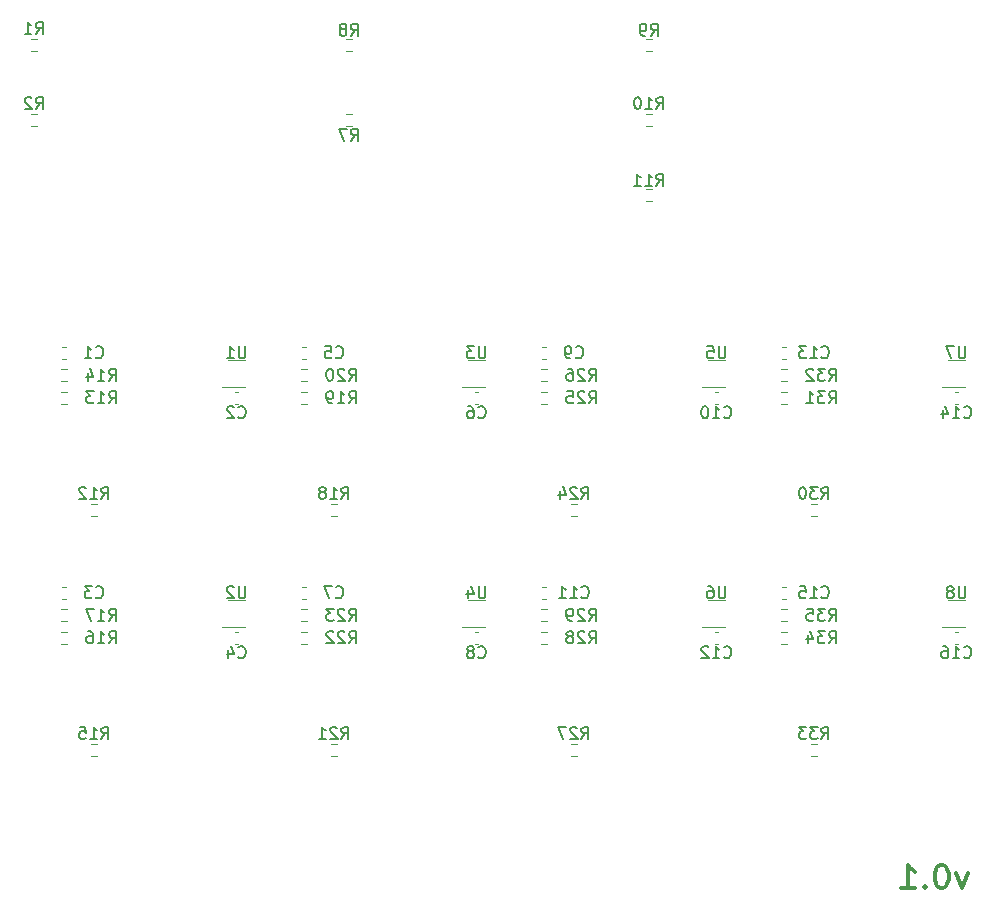
<source format=gbr>
%TF.GenerationSoftware,KiCad,Pcbnew,(5.1.9)-1*%
%TF.CreationDate,2021-03-30T21:11:26+02:00*%
%TF.ProjectId,RemoteCtrl,52656d6f-7465-4437-9472-6c2e6b696361,v0.1*%
%TF.SameCoordinates,Original*%
%TF.FileFunction,Legend,Bot*%
%TF.FilePolarity,Positive*%
%FSLAX46Y46*%
G04 Gerber Fmt 4.6, Leading zero omitted, Abs format (unit mm)*
G04 Created by KiCad (PCBNEW (5.1.9)-1) date 2021-03-30 21:11:26*
%MOMM*%
%LPD*%
G01*
G04 APERTURE LIST*
%ADD10C,0.300000*%
%ADD11C,0.120000*%
%ADD12C,0.150000*%
G04 APERTURE END LIST*
D10*
X183197142Y-106886428D02*
X182720952Y-108219761D01*
X182244761Y-106886428D01*
X181101904Y-106219761D02*
X180911428Y-106219761D01*
X180720952Y-106315000D01*
X180625714Y-106410238D01*
X180530476Y-106600714D01*
X180435238Y-106981666D01*
X180435238Y-107457857D01*
X180530476Y-107838809D01*
X180625714Y-108029285D01*
X180720952Y-108124523D01*
X180911428Y-108219761D01*
X181101904Y-108219761D01*
X181292380Y-108124523D01*
X181387619Y-108029285D01*
X181482857Y-107838809D01*
X181578095Y-107457857D01*
X181578095Y-106981666D01*
X181482857Y-106600714D01*
X181387619Y-106410238D01*
X181292380Y-106315000D01*
X181101904Y-106219761D01*
X179578095Y-108029285D02*
X179482857Y-108124523D01*
X179578095Y-108219761D01*
X179673333Y-108124523D01*
X179578095Y-108029285D01*
X179578095Y-108219761D01*
X177578095Y-108219761D02*
X178720952Y-108219761D01*
X178149523Y-108219761D02*
X178149523Y-106219761D01*
X178340000Y-106505476D01*
X178530476Y-106695952D01*
X178720952Y-106791190D01*
D11*
%TO.C,R2*%
X104377258Y-43702500D02*
X103902742Y-43702500D01*
X104377258Y-42657500D02*
X103902742Y-42657500D01*
%TO.C,R1*%
X104377258Y-37352500D02*
X103902742Y-37352500D01*
X104377258Y-36307500D02*
X103902742Y-36307500D01*
%TO.C,U8*%
X181545000Y-83800000D02*
X182945000Y-83800000D01*
X182945000Y-86120000D02*
X181045000Y-86120000D01*
%TO.C,U7*%
X181545000Y-63480000D02*
X182945000Y-63480000D01*
X182945000Y-65800000D02*
X181045000Y-65800000D01*
%TO.C,U6*%
X161225000Y-83800000D02*
X162625000Y-83800000D01*
X162625000Y-86120000D02*
X160725000Y-86120000D01*
%TO.C,U5*%
X161225000Y-63480000D02*
X162625000Y-63480000D01*
X162625000Y-65800000D02*
X160725000Y-65800000D01*
%TO.C,U4*%
X140905000Y-83800000D02*
X142305000Y-83800000D01*
X142305000Y-86120000D02*
X140405000Y-86120000D01*
%TO.C,U3*%
X140905000Y-63480000D02*
X142305000Y-63480000D01*
X142305000Y-65800000D02*
X140405000Y-65800000D01*
%TO.C,U2*%
X120585000Y-83800000D02*
X121985000Y-83800000D01*
X121985000Y-86120000D02*
X120085000Y-86120000D01*
%TO.C,U1*%
X120585000Y-63480000D02*
X121985000Y-63480000D01*
X121985000Y-65800000D02*
X120085000Y-65800000D01*
%TO.C,R35*%
X167402742Y-84567500D02*
X167877258Y-84567500D01*
X167402742Y-85612500D02*
X167877258Y-85612500D01*
%TO.C,R34*%
X167402742Y-86472500D02*
X167877258Y-86472500D01*
X167402742Y-87517500D02*
X167877258Y-87517500D01*
%TO.C,R33*%
X170417258Y-97042500D02*
X169942742Y-97042500D01*
X170417258Y-95997500D02*
X169942742Y-95997500D01*
%TO.C,R32*%
X167402742Y-64247500D02*
X167877258Y-64247500D01*
X167402742Y-65292500D02*
X167877258Y-65292500D01*
%TO.C,R31*%
X167402742Y-66152500D02*
X167877258Y-66152500D01*
X167402742Y-67197500D02*
X167877258Y-67197500D01*
%TO.C,R30*%
X170417258Y-76722500D02*
X169942742Y-76722500D01*
X170417258Y-75677500D02*
X169942742Y-75677500D01*
%TO.C,R29*%
X147082742Y-84567500D02*
X147557258Y-84567500D01*
X147082742Y-85612500D02*
X147557258Y-85612500D01*
%TO.C,R28*%
X147082742Y-86472500D02*
X147557258Y-86472500D01*
X147082742Y-87517500D02*
X147557258Y-87517500D01*
%TO.C,R27*%
X150097258Y-97042500D02*
X149622742Y-97042500D01*
X150097258Y-95997500D02*
X149622742Y-95997500D01*
%TO.C,R26*%
X147082742Y-64247500D02*
X147557258Y-64247500D01*
X147082742Y-65292500D02*
X147557258Y-65292500D01*
%TO.C,R25*%
X147082742Y-66152500D02*
X147557258Y-66152500D01*
X147082742Y-67197500D02*
X147557258Y-67197500D01*
%TO.C,R24*%
X150097258Y-76722500D02*
X149622742Y-76722500D01*
X150097258Y-75677500D02*
X149622742Y-75677500D01*
%TO.C,R23*%
X126762742Y-84567500D02*
X127237258Y-84567500D01*
X126762742Y-85612500D02*
X127237258Y-85612500D01*
%TO.C,R22*%
X126762742Y-86472500D02*
X127237258Y-86472500D01*
X126762742Y-87517500D02*
X127237258Y-87517500D01*
%TO.C,R21*%
X129777258Y-97042500D02*
X129302742Y-97042500D01*
X129777258Y-95997500D02*
X129302742Y-95997500D01*
%TO.C,R20*%
X126762742Y-64247500D02*
X127237258Y-64247500D01*
X126762742Y-65292500D02*
X127237258Y-65292500D01*
%TO.C,R19*%
X126762742Y-66152500D02*
X127237258Y-66152500D01*
X126762742Y-67197500D02*
X127237258Y-67197500D01*
%TO.C,R18*%
X129777258Y-76722500D02*
X129302742Y-76722500D01*
X129777258Y-75677500D02*
X129302742Y-75677500D01*
%TO.C,R17*%
X106442742Y-84567500D02*
X106917258Y-84567500D01*
X106442742Y-85612500D02*
X106917258Y-85612500D01*
%TO.C,R16*%
X106442742Y-86472500D02*
X106917258Y-86472500D01*
X106442742Y-87517500D02*
X106917258Y-87517500D01*
%TO.C,R15*%
X109457258Y-97042500D02*
X108982742Y-97042500D01*
X109457258Y-95997500D02*
X108982742Y-95997500D01*
%TO.C,R14*%
X106442742Y-64247500D02*
X106917258Y-64247500D01*
X106442742Y-65292500D02*
X106917258Y-65292500D01*
%TO.C,R13*%
X106442742Y-66152500D02*
X106917258Y-66152500D01*
X106442742Y-67197500D02*
X106917258Y-67197500D01*
%TO.C,R12*%
X109457258Y-76722500D02*
X108982742Y-76722500D01*
X109457258Y-75677500D02*
X108982742Y-75677500D01*
%TO.C,R11*%
X156447258Y-50052500D02*
X155972742Y-50052500D01*
X156447258Y-49007500D02*
X155972742Y-49007500D01*
%TO.C,R10*%
X156447258Y-43702500D02*
X155972742Y-43702500D01*
X156447258Y-42657500D02*
X155972742Y-42657500D01*
%TO.C,R9*%
X156447258Y-37352500D02*
X155972742Y-37352500D01*
X156447258Y-36307500D02*
X155972742Y-36307500D01*
%TO.C,R8*%
X131047258Y-37352500D02*
X130572742Y-37352500D01*
X131047258Y-36307500D02*
X130572742Y-36307500D01*
%TO.C,R7*%
X131047258Y-43702500D02*
X130572742Y-43702500D01*
X131047258Y-42657500D02*
X130572742Y-42657500D01*
%TO.C,C16*%
X182385580Y-87505000D02*
X182104420Y-87505000D01*
X182385580Y-86485000D02*
X182104420Y-86485000D01*
%TO.C,C15*%
X167499420Y-82675000D02*
X167780580Y-82675000D01*
X167499420Y-83695000D02*
X167780580Y-83695000D01*
%TO.C,C14*%
X182385580Y-67185000D02*
X182104420Y-67185000D01*
X182385580Y-66165000D02*
X182104420Y-66165000D01*
%TO.C,C13*%
X167499420Y-62355000D02*
X167780580Y-62355000D01*
X167499420Y-63375000D02*
X167780580Y-63375000D01*
%TO.C,C12*%
X162065580Y-87505000D02*
X161784420Y-87505000D01*
X162065580Y-86485000D02*
X161784420Y-86485000D01*
%TO.C,C11*%
X147179420Y-82675000D02*
X147460580Y-82675000D01*
X147179420Y-83695000D02*
X147460580Y-83695000D01*
%TO.C,C10*%
X162065580Y-67185000D02*
X161784420Y-67185000D01*
X162065580Y-66165000D02*
X161784420Y-66165000D01*
%TO.C,C9*%
X147179420Y-62355000D02*
X147460580Y-62355000D01*
X147179420Y-63375000D02*
X147460580Y-63375000D01*
%TO.C,C8*%
X141745580Y-87505000D02*
X141464420Y-87505000D01*
X141745580Y-86485000D02*
X141464420Y-86485000D01*
%TO.C,C7*%
X126859420Y-82675000D02*
X127140580Y-82675000D01*
X126859420Y-83695000D02*
X127140580Y-83695000D01*
%TO.C,C6*%
X141745580Y-67185000D02*
X141464420Y-67185000D01*
X141745580Y-66165000D02*
X141464420Y-66165000D01*
%TO.C,C5*%
X126859420Y-62355000D02*
X127140580Y-62355000D01*
X126859420Y-63375000D02*
X127140580Y-63375000D01*
%TO.C,C4*%
X121425580Y-87505000D02*
X121144420Y-87505000D01*
X121425580Y-86485000D02*
X121144420Y-86485000D01*
%TO.C,C3*%
X106539420Y-82675000D02*
X106820580Y-82675000D01*
X106539420Y-83695000D02*
X106820580Y-83695000D01*
%TO.C,C2*%
X121425580Y-67185000D02*
X121144420Y-67185000D01*
X121425580Y-66165000D02*
X121144420Y-66165000D01*
%TO.C,C1*%
X106539420Y-62355000D02*
X106820580Y-62355000D01*
X106539420Y-63375000D02*
X106820580Y-63375000D01*
%TO.C,R2*%
D12*
X104306666Y-42202380D02*
X104640000Y-41726190D01*
X104878095Y-42202380D02*
X104878095Y-41202380D01*
X104497142Y-41202380D01*
X104401904Y-41250000D01*
X104354285Y-41297619D01*
X104306666Y-41392857D01*
X104306666Y-41535714D01*
X104354285Y-41630952D01*
X104401904Y-41678571D01*
X104497142Y-41726190D01*
X104878095Y-41726190D01*
X103925714Y-41297619D02*
X103878095Y-41250000D01*
X103782857Y-41202380D01*
X103544761Y-41202380D01*
X103449523Y-41250000D01*
X103401904Y-41297619D01*
X103354285Y-41392857D01*
X103354285Y-41488095D01*
X103401904Y-41630952D01*
X103973333Y-42202380D01*
X103354285Y-42202380D01*
%TO.C,R1*%
X104306666Y-35852380D02*
X104640000Y-35376190D01*
X104878095Y-35852380D02*
X104878095Y-34852380D01*
X104497142Y-34852380D01*
X104401904Y-34900000D01*
X104354285Y-34947619D01*
X104306666Y-35042857D01*
X104306666Y-35185714D01*
X104354285Y-35280952D01*
X104401904Y-35328571D01*
X104497142Y-35376190D01*
X104878095Y-35376190D01*
X103354285Y-35852380D02*
X103925714Y-35852380D01*
X103640000Y-35852380D02*
X103640000Y-34852380D01*
X103735238Y-34995238D01*
X103830476Y-35090476D01*
X103925714Y-35138095D01*
%TO.C,U8*%
X183006904Y-82637380D02*
X183006904Y-83446904D01*
X182959285Y-83542142D01*
X182911666Y-83589761D01*
X182816428Y-83637380D01*
X182625952Y-83637380D01*
X182530714Y-83589761D01*
X182483095Y-83542142D01*
X182435476Y-83446904D01*
X182435476Y-82637380D01*
X181816428Y-83065952D02*
X181911666Y-83018333D01*
X181959285Y-82970714D01*
X182006904Y-82875476D01*
X182006904Y-82827857D01*
X181959285Y-82732619D01*
X181911666Y-82685000D01*
X181816428Y-82637380D01*
X181625952Y-82637380D01*
X181530714Y-82685000D01*
X181483095Y-82732619D01*
X181435476Y-82827857D01*
X181435476Y-82875476D01*
X181483095Y-82970714D01*
X181530714Y-83018333D01*
X181625952Y-83065952D01*
X181816428Y-83065952D01*
X181911666Y-83113571D01*
X181959285Y-83161190D01*
X182006904Y-83256428D01*
X182006904Y-83446904D01*
X181959285Y-83542142D01*
X181911666Y-83589761D01*
X181816428Y-83637380D01*
X181625952Y-83637380D01*
X181530714Y-83589761D01*
X181483095Y-83542142D01*
X181435476Y-83446904D01*
X181435476Y-83256428D01*
X181483095Y-83161190D01*
X181530714Y-83113571D01*
X181625952Y-83065952D01*
%TO.C,U7*%
X183006904Y-62317380D02*
X183006904Y-63126904D01*
X182959285Y-63222142D01*
X182911666Y-63269761D01*
X182816428Y-63317380D01*
X182625952Y-63317380D01*
X182530714Y-63269761D01*
X182483095Y-63222142D01*
X182435476Y-63126904D01*
X182435476Y-62317380D01*
X182054523Y-62317380D02*
X181387857Y-62317380D01*
X181816428Y-63317380D01*
%TO.C,U6*%
X162686904Y-82637380D02*
X162686904Y-83446904D01*
X162639285Y-83542142D01*
X162591666Y-83589761D01*
X162496428Y-83637380D01*
X162305952Y-83637380D01*
X162210714Y-83589761D01*
X162163095Y-83542142D01*
X162115476Y-83446904D01*
X162115476Y-82637380D01*
X161210714Y-82637380D02*
X161401190Y-82637380D01*
X161496428Y-82685000D01*
X161544047Y-82732619D01*
X161639285Y-82875476D01*
X161686904Y-83065952D01*
X161686904Y-83446904D01*
X161639285Y-83542142D01*
X161591666Y-83589761D01*
X161496428Y-83637380D01*
X161305952Y-83637380D01*
X161210714Y-83589761D01*
X161163095Y-83542142D01*
X161115476Y-83446904D01*
X161115476Y-83208809D01*
X161163095Y-83113571D01*
X161210714Y-83065952D01*
X161305952Y-83018333D01*
X161496428Y-83018333D01*
X161591666Y-83065952D01*
X161639285Y-83113571D01*
X161686904Y-83208809D01*
%TO.C,U5*%
X162686904Y-62317380D02*
X162686904Y-63126904D01*
X162639285Y-63222142D01*
X162591666Y-63269761D01*
X162496428Y-63317380D01*
X162305952Y-63317380D01*
X162210714Y-63269761D01*
X162163095Y-63222142D01*
X162115476Y-63126904D01*
X162115476Y-62317380D01*
X161163095Y-62317380D02*
X161639285Y-62317380D01*
X161686904Y-62793571D01*
X161639285Y-62745952D01*
X161544047Y-62698333D01*
X161305952Y-62698333D01*
X161210714Y-62745952D01*
X161163095Y-62793571D01*
X161115476Y-62888809D01*
X161115476Y-63126904D01*
X161163095Y-63222142D01*
X161210714Y-63269761D01*
X161305952Y-63317380D01*
X161544047Y-63317380D01*
X161639285Y-63269761D01*
X161686904Y-63222142D01*
%TO.C,U4*%
X142366904Y-82637380D02*
X142366904Y-83446904D01*
X142319285Y-83542142D01*
X142271666Y-83589761D01*
X142176428Y-83637380D01*
X141985952Y-83637380D01*
X141890714Y-83589761D01*
X141843095Y-83542142D01*
X141795476Y-83446904D01*
X141795476Y-82637380D01*
X140890714Y-82970714D02*
X140890714Y-83637380D01*
X141128809Y-82589761D02*
X141366904Y-83304047D01*
X140747857Y-83304047D01*
%TO.C,U3*%
X142366904Y-62317380D02*
X142366904Y-63126904D01*
X142319285Y-63222142D01*
X142271666Y-63269761D01*
X142176428Y-63317380D01*
X141985952Y-63317380D01*
X141890714Y-63269761D01*
X141843095Y-63222142D01*
X141795476Y-63126904D01*
X141795476Y-62317380D01*
X141414523Y-62317380D02*
X140795476Y-62317380D01*
X141128809Y-62698333D01*
X140985952Y-62698333D01*
X140890714Y-62745952D01*
X140843095Y-62793571D01*
X140795476Y-62888809D01*
X140795476Y-63126904D01*
X140843095Y-63222142D01*
X140890714Y-63269761D01*
X140985952Y-63317380D01*
X141271666Y-63317380D01*
X141366904Y-63269761D01*
X141414523Y-63222142D01*
%TO.C,U2*%
X122046904Y-82637380D02*
X122046904Y-83446904D01*
X121999285Y-83542142D01*
X121951666Y-83589761D01*
X121856428Y-83637380D01*
X121665952Y-83637380D01*
X121570714Y-83589761D01*
X121523095Y-83542142D01*
X121475476Y-83446904D01*
X121475476Y-82637380D01*
X121046904Y-82732619D02*
X120999285Y-82685000D01*
X120904047Y-82637380D01*
X120665952Y-82637380D01*
X120570714Y-82685000D01*
X120523095Y-82732619D01*
X120475476Y-82827857D01*
X120475476Y-82923095D01*
X120523095Y-83065952D01*
X121094523Y-83637380D01*
X120475476Y-83637380D01*
%TO.C,U1*%
X122046904Y-62317380D02*
X122046904Y-63126904D01*
X121999285Y-63222142D01*
X121951666Y-63269761D01*
X121856428Y-63317380D01*
X121665952Y-63317380D01*
X121570714Y-63269761D01*
X121523095Y-63222142D01*
X121475476Y-63126904D01*
X121475476Y-62317380D01*
X120475476Y-63317380D02*
X121046904Y-63317380D01*
X120761190Y-63317380D02*
X120761190Y-62317380D01*
X120856428Y-62460238D01*
X120951666Y-62555476D01*
X121046904Y-62603095D01*
%TO.C,R35*%
X171457857Y-85542380D02*
X171791190Y-85066190D01*
X172029285Y-85542380D02*
X172029285Y-84542380D01*
X171648333Y-84542380D01*
X171553095Y-84590000D01*
X171505476Y-84637619D01*
X171457857Y-84732857D01*
X171457857Y-84875714D01*
X171505476Y-84970952D01*
X171553095Y-85018571D01*
X171648333Y-85066190D01*
X172029285Y-85066190D01*
X171124523Y-84542380D02*
X170505476Y-84542380D01*
X170838809Y-84923333D01*
X170695952Y-84923333D01*
X170600714Y-84970952D01*
X170553095Y-85018571D01*
X170505476Y-85113809D01*
X170505476Y-85351904D01*
X170553095Y-85447142D01*
X170600714Y-85494761D01*
X170695952Y-85542380D01*
X170981666Y-85542380D01*
X171076904Y-85494761D01*
X171124523Y-85447142D01*
X169600714Y-84542380D02*
X170076904Y-84542380D01*
X170124523Y-85018571D01*
X170076904Y-84970952D01*
X169981666Y-84923333D01*
X169743571Y-84923333D01*
X169648333Y-84970952D01*
X169600714Y-85018571D01*
X169553095Y-85113809D01*
X169553095Y-85351904D01*
X169600714Y-85447142D01*
X169648333Y-85494761D01*
X169743571Y-85542380D01*
X169981666Y-85542380D01*
X170076904Y-85494761D01*
X170124523Y-85447142D01*
%TO.C,R34*%
X171457857Y-87447380D02*
X171791190Y-86971190D01*
X172029285Y-87447380D02*
X172029285Y-86447380D01*
X171648333Y-86447380D01*
X171553095Y-86495000D01*
X171505476Y-86542619D01*
X171457857Y-86637857D01*
X171457857Y-86780714D01*
X171505476Y-86875952D01*
X171553095Y-86923571D01*
X171648333Y-86971190D01*
X172029285Y-86971190D01*
X171124523Y-86447380D02*
X170505476Y-86447380D01*
X170838809Y-86828333D01*
X170695952Y-86828333D01*
X170600714Y-86875952D01*
X170553095Y-86923571D01*
X170505476Y-87018809D01*
X170505476Y-87256904D01*
X170553095Y-87352142D01*
X170600714Y-87399761D01*
X170695952Y-87447380D01*
X170981666Y-87447380D01*
X171076904Y-87399761D01*
X171124523Y-87352142D01*
X169648333Y-86780714D02*
X169648333Y-87447380D01*
X169886428Y-86399761D02*
X170124523Y-87114047D01*
X169505476Y-87114047D01*
%TO.C,R33*%
X170822857Y-95542380D02*
X171156190Y-95066190D01*
X171394285Y-95542380D02*
X171394285Y-94542380D01*
X171013333Y-94542380D01*
X170918095Y-94590000D01*
X170870476Y-94637619D01*
X170822857Y-94732857D01*
X170822857Y-94875714D01*
X170870476Y-94970952D01*
X170918095Y-95018571D01*
X171013333Y-95066190D01*
X171394285Y-95066190D01*
X170489523Y-94542380D02*
X169870476Y-94542380D01*
X170203809Y-94923333D01*
X170060952Y-94923333D01*
X169965714Y-94970952D01*
X169918095Y-95018571D01*
X169870476Y-95113809D01*
X169870476Y-95351904D01*
X169918095Y-95447142D01*
X169965714Y-95494761D01*
X170060952Y-95542380D01*
X170346666Y-95542380D01*
X170441904Y-95494761D01*
X170489523Y-95447142D01*
X169537142Y-94542380D02*
X168918095Y-94542380D01*
X169251428Y-94923333D01*
X169108571Y-94923333D01*
X169013333Y-94970952D01*
X168965714Y-95018571D01*
X168918095Y-95113809D01*
X168918095Y-95351904D01*
X168965714Y-95447142D01*
X169013333Y-95494761D01*
X169108571Y-95542380D01*
X169394285Y-95542380D01*
X169489523Y-95494761D01*
X169537142Y-95447142D01*
%TO.C,R32*%
X171457857Y-65222380D02*
X171791190Y-64746190D01*
X172029285Y-65222380D02*
X172029285Y-64222380D01*
X171648333Y-64222380D01*
X171553095Y-64270000D01*
X171505476Y-64317619D01*
X171457857Y-64412857D01*
X171457857Y-64555714D01*
X171505476Y-64650952D01*
X171553095Y-64698571D01*
X171648333Y-64746190D01*
X172029285Y-64746190D01*
X171124523Y-64222380D02*
X170505476Y-64222380D01*
X170838809Y-64603333D01*
X170695952Y-64603333D01*
X170600714Y-64650952D01*
X170553095Y-64698571D01*
X170505476Y-64793809D01*
X170505476Y-65031904D01*
X170553095Y-65127142D01*
X170600714Y-65174761D01*
X170695952Y-65222380D01*
X170981666Y-65222380D01*
X171076904Y-65174761D01*
X171124523Y-65127142D01*
X170124523Y-64317619D02*
X170076904Y-64270000D01*
X169981666Y-64222380D01*
X169743571Y-64222380D01*
X169648333Y-64270000D01*
X169600714Y-64317619D01*
X169553095Y-64412857D01*
X169553095Y-64508095D01*
X169600714Y-64650952D01*
X170172142Y-65222380D01*
X169553095Y-65222380D01*
%TO.C,R31*%
X171457857Y-67127380D02*
X171791190Y-66651190D01*
X172029285Y-67127380D02*
X172029285Y-66127380D01*
X171648333Y-66127380D01*
X171553095Y-66175000D01*
X171505476Y-66222619D01*
X171457857Y-66317857D01*
X171457857Y-66460714D01*
X171505476Y-66555952D01*
X171553095Y-66603571D01*
X171648333Y-66651190D01*
X172029285Y-66651190D01*
X171124523Y-66127380D02*
X170505476Y-66127380D01*
X170838809Y-66508333D01*
X170695952Y-66508333D01*
X170600714Y-66555952D01*
X170553095Y-66603571D01*
X170505476Y-66698809D01*
X170505476Y-66936904D01*
X170553095Y-67032142D01*
X170600714Y-67079761D01*
X170695952Y-67127380D01*
X170981666Y-67127380D01*
X171076904Y-67079761D01*
X171124523Y-67032142D01*
X169553095Y-67127380D02*
X170124523Y-67127380D01*
X169838809Y-67127380D02*
X169838809Y-66127380D01*
X169934047Y-66270238D01*
X170029285Y-66365476D01*
X170124523Y-66413095D01*
%TO.C,R30*%
X170822857Y-75222380D02*
X171156190Y-74746190D01*
X171394285Y-75222380D02*
X171394285Y-74222380D01*
X171013333Y-74222380D01*
X170918095Y-74270000D01*
X170870476Y-74317619D01*
X170822857Y-74412857D01*
X170822857Y-74555714D01*
X170870476Y-74650952D01*
X170918095Y-74698571D01*
X171013333Y-74746190D01*
X171394285Y-74746190D01*
X170489523Y-74222380D02*
X169870476Y-74222380D01*
X170203809Y-74603333D01*
X170060952Y-74603333D01*
X169965714Y-74650952D01*
X169918095Y-74698571D01*
X169870476Y-74793809D01*
X169870476Y-75031904D01*
X169918095Y-75127142D01*
X169965714Y-75174761D01*
X170060952Y-75222380D01*
X170346666Y-75222380D01*
X170441904Y-75174761D01*
X170489523Y-75127142D01*
X169251428Y-74222380D02*
X169156190Y-74222380D01*
X169060952Y-74270000D01*
X169013333Y-74317619D01*
X168965714Y-74412857D01*
X168918095Y-74603333D01*
X168918095Y-74841428D01*
X168965714Y-75031904D01*
X169013333Y-75127142D01*
X169060952Y-75174761D01*
X169156190Y-75222380D01*
X169251428Y-75222380D01*
X169346666Y-75174761D01*
X169394285Y-75127142D01*
X169441904Y-75031904D01*
X169489523Y-74841428D01*
X169489523Y-74603333D01*
X169441904Y-74412857D01*
X169394285Y-74317619D01*
X169346666Y-74270000D01*
X169251428Y-74222380D01*
%TO.C,R29*%
X151137857Y-85542380D02*
X151471190Y-85066190D01*
X151709285Y-85542380D02*
X151709285Y-84542380D01*
X151328333Y-84542380D01*
X151233095Y-84590000D01*
X151185476Y-84637619D01*
X151137857Y-84732857D01*
X151137857Y-84875714D01*
X151185476Y-84970952D01*
X151233095Y-85018571D01*
X151328333Y-85066190D01*
X151709285Y-85066190D01*
X150756904Y-84637619D02*
X150709285Y-84590000D01*
X150614047Y-84542380D01*
X150375952Y-84542380D01*
X150280714Y-84590000D01*
X150233095Y-84637619D01*
X150185476Y-84732857D01*
X150185476Y-84828095D01*
X150233095Y-84970952D01*
X150804523Y-85542380D01*
X150185476Y-85542380D01*
X149709285Y-85542380D02*
X149518809Y-85542380D01*
X149423571Y-85494761D01*
X149375952Y-85447142D01*
X149280714Y-85304285D01*
X149233095Y-85113809D01*
X149233095Y-84732857D01*
X149280714Y-84637619D01*
X149328333Y-84590000D01*
X149423571Y-84542380D01*
X149614047Y-84542380D01*
X149709285Y-84590000D01*
X149756904Y-84637619D01*
X149804523Y-84732857D01*
X149804523Y-84970952D01*
X149756904Y-85066190D01*
X149709285Y-85113809D01*
X149614047Y-85161428D01*
X149423571Y-85161428D01*
X149328333Y-85113809D01*
X149280714Y-85066190D01*
X149233095Y-84970952D01*
%TO.C,R28*%
X151137857Y-87447380D02*
X151471190Y-86971190D01*
X151709285Y-87447380D02*
X151709285Y-86447380D01*
X151328333Y-86447380D01*
X151233095Y-86495000D01*
X151185476Y-86542619D01*
X151137857Y-86637857D01*
X151137857Y-86780714D01*
X151185476Y-86875952D01*
X151233095Y-86923571D01*
X151328333Y-86971190D01*
X151709285Y-86971190D01*
X150756904Y-86542619D02*
X150709285Y-86495000D01*
X150614047Y-86447380D01*
X150375952Y-86447380D01*
X150280714Y-86495000D01*
X150233095Y-86542619D01*
X150185476Y-86637857D01*
X150185476Y-86733095D01*
X150233095Y-86875952D01*
X150804523Y-87447380D01*
X150185476Y-87447380D01*
X149614047Y-86875952D02*
X149709285Y-86828333D01*
X149756904Y-86780714D01*
X149804523Y-86685476D01*
X149804523Y-86637857D01*
X149756904Y-86542619D01*
X149709285Y-86495000D01*
X149614047Y-86447380D01*
X149423571Y-86447380D01*
X149328333Y-86495000D01*
X149280714Y-86542619D01*
X149233095Y-86637857D01*
X149233095Y-86685476D01*
X149280714Y-86780714D01*
X149328333Y-86828333D01*
X149423571Y-86875952D01*
X149614047Y-86875952D01*
X149709285Y-86923571D01*
X149756904Y-86971190D01*
X149804523Y-87066428D01*
X149804523Y-87256904D01*
X149756904Y-87352142D01*
X149709285Y-87399761D01*
X149614047Y-87447380D01*
X149423571Y-87447380D01*
X149328333Y-87399761D01*
X149280714Y-87352142D01*
X149233095Y-87256904D01*
X149233095Y-87066428D01*
X149280714Y-86971190D01*
X149328333Y-86923571D01*
X149423571Y-86875952D01*
%TO.C,R27*%
X150502857Y-95542380D02*
X150836190Y-95066190D01*
X151074285Y-95542380D02*
X151074285Y-94542380D01*
X150693333Y-94542380D01*
X150598095Y-94590000D01*
X150550476Y-94637619D01*
X150502857Y-94732857D01*
X150502857Y-94875714D01*
X150550476Y-94970952D01*
X150598095Y-95018571D01*
X150693333Y-95066190D01*
X151074285Y-95066190D01*
X150121904Y-94637619D02*
X150074285Y-94590000D01*
X149979047Y-94542380D01*
X149740952Y-94542380D01*
X149645714Y-94590000D01*
X149598095Y-94637619D01*
X149550476Y-94732857D01*
X149550476Y-94828095D01*
X149598095Y-94970952D01*
X150169523Y-95542380D01*
X149550476Y-95542380D01*
X149217142Y-94542380D02*
X148550476Y-94542380D01*
X148979047Y-95542380D01*
%TO.C,R26*%
X151137857Y-65222380D02*
X151471190Y-64746190D01*
X151709285Y-65222380D02*
X151709285Y-64222380D01*
X151328333Y-64222380D01*
X151233095Y-64270000D01*
X151185476Y-64317619D01*
X151137857Y-64412857D01*
X151137857Y-64555714D01*
X151185476Y-64650952D01*
X151233095Y-64698571D01*
X151328333Y-64746190D01*
X151709285Y-64746190D01*
X150756904Y-64317619D02*
X150709285Y-64270000D01*
X150614047Y-64222380D01*
X150375952Y-64222380D01*
X150280714Y-64270000D01*
X150233095Y-64317619D01*
X150185476Y-64412857D01*
X150185476Y-64508095D01*
X150233095Y-64650952D01*
X150804523Y-65222380D01*
X150185476Y-65222380D01*
X149328333Y-64222380D02*
X149518809Y-64222380D01*
X149614047Y-64270000D01*
X149661666Y-64317619D01*
X149756904Y-64460476D01*
X149804523Y-64650952D01*
X149804523Y-65031904D01*
X149756904Y-65127142D01*
X149709285Y-65174761D01*
X149614047Y-65222380D01*
X149423571Y-65222380D01*
X149328333Y-65174761D01*
X149280714Y-65127142D01*
X149233095Y-65031904D01*
X149233095Y-64793809D01*
X149280714Y-64698571D01*
X149328333Y-64650952D01*
X149423571Y-64603333D01*
X149614047Y-64603333D01*
X149709285Y-64650952D01*
X149756904Y-64698571D01*
X149804523Y-64793809D01*
%TO.C,R25*%
X151137857Y-67127380D02*
X151471190Y-66651190D01*
X151709285Y-67127380D02*
X151709285Y-66127380D01*
X151328333Y-66127380D01*
X151233095Y-66175000D01*
X151185476Y-66222619D01*
X151137857Y-66317857D01*
X151137857Y-66460714D01*
X151185476Y-66555952D01*
X151233095Y-66603571D01*
X151328333Y-66651190D01*
X151709285Y-66651190D01*
X150756904Y-66222619D02*
X150709285Y-66175000D01*
X150614047Y-66127380D01*
X150375952Y-66127380D01*
X150280714Y-66175000D01*
X150233095Y-66222619D01*
X150185476Y-66317857D01*
X150185476Y-66413095D01*
X150233095Y-66555952D01*
X150804523Y-67127380D01*
X150185476Y-67127380D01*
X149280714Y-66127380D02*
X149756904Y-66127380D01*
X149804523Y-66603571D01*
X149756904Y-66555952D01*
X149661666Y-66508333D01*
X149423571Y-66508333D01*
X149328333Y-66555952D01*
X149280714Y-66603571D01*
X149233095Y-66698809D01*
X149233095Y-66936904D01*
X149280714Y-67032142D01*
X149328333Y-67079761D01*
X149423571Y-67127380D01*
X149661666Y-67127380D01*
X149756904Y-67079761D01*
X149804523Y-67032142D01*
%TO.C,R24*%
X150502857Y-75222380D02*
X150836190Y-74746190D01*
X151074285Y-75222380D02*
X151074285Y-74222380D01*
X150693333Y-74222380D01*
X150598095Y-74270000D01*
X150550476Y-74317619D01*
X150502857Y-74412857D01*
X150502857Y-74555714D01*
X150550476Y-74650952D01*
X150598095Y-74698571D01*
X150693333Y-74746190D01*
X151074285Y-74746190D01*
X150121904Y-74317619D02*
X150074285Y-74270000D01*
X149979047Y-74222380D01*
X149740952Y-74222380D01*
X149645714Y-74270000D01*
X149598095Y-74317619D01*
X149550476Y-74412857D01*
X149550476Y-74508095D01*
X149598095Y-74650952D01*
X150169523Y-75222380D01*
X149550476Y-75222380D01*
X148693333Y-74555714D02*
X148693333Y-75222380D01*
X148931428Y-74174761D02*
X149169523Y-74889047D01*
X148550476Y-74889047D01*
%TO.C,R23*%
X130817857Y-85542380D02*
X131151190Y-85066190D01*
X131389285Y-85542380D02*
X131389285Y-84542380D01*
X131008333Y-84542380D01*
X130913095Y-84590000D01*
X130865476Y-84637619D01*
X130817857Y-84732857D01*
X130817857Y-84875714D01*
X130865476Y-84970952D01*
X130913095Y-85018571D01*
X131008333Y-85066190D01*
X131389285Y-85066190D01*
X130436904Y-84637619D02*
X130389285Y-84590000D01*
X130294047Y-84542380D01*
X130055952Y-84542380D01*
X129960714Y-84590000D01*
X129913095Y-84637619D01*
X129865476Y-84732857D01*
X129865476Y-84828095D01*
X129913095Y-84970952D01*
X130484523Y-85542380D01*
X129865476Y-85542380D01*
X129532142Y-84542380D02*
X128913095Y-84542380D01*
X129246428Y-84923333D01*
X129103571Y-84923333D01*
X129008333Y-84970952D01*
X128960714Y-85018571D01*
X128913095Y-85113809D01*
X128913095Y-85351904D01*
X128960714Y-85447142D01*
X129008333Y-85494761D01*
X129103571Y-85542380D01*
X129389285Y-85542380D01*
X129484523Y-85494761D01*
X129532142Y-85447142D01*
%TO.C,R22*%
X130817857Y-87447380D02*
X131151190Y-86971190D01*
X131389285Y-87447380D02*
X131389285Y-86447380D01*
X131008333Y-86447380D01*
X130913095Y-86495000D01*
X130865476Y-86542619D01*
X130817857Y-86637857D01*
X130817857Y-86780714D01*
X130865476Y-86875952D01*
X130913095Y-86923571D01*
X131008333Y-86971190D01*
X131389285Y-86971190D01*
X130436904Y-86542619D02*
X130389285Y-86495000D01*
X130294047Y-86447380D01*
X130055952Y-86447380D01*
X129960714Y-86495000D01*
X129913095Y-86542619D01*
X129865476Y-86637857D01*
X129865476Y-86733095D01*
X129913095Y-86875952D01*
X130484523Y-87447380D01*
X129865476Y-87447380D01*
X129484523Y-86542619D02*
X129436904Y-86495000D01*
X129341666Y-86447380D01*
X129103571Y-86447380D01*
X129008333Y-86495000D01*
X128960714Y-86542619D01*
X128913095Y-86637857D01*
X128913095Y-86733095D01*
X128960714Y-86875952D01*
X129532142Y-87447380D01*
X128913095Y-87447380D01*
%TO.C,R21*%
X130182857Y-95542380D02*
X130516190Y-95066190D01*
X130754285Y-95542380D02*
X130754285Y-94542380D01*
X130373333Y-94542380D01*
X130278095Y-94590000D01*
X130230476Y-94637619D01*
X130182857Y-94732857D01*
X130182857Y-94875714D01*
X130230476Y-94970952D01*
X130278095Y-95018571D01*
X130373333Y-95066190D01*
X130754285Y-95066190D01*
X129801904Y-94637619D02*
X129754285Y-94590000D01*
X129659047Y-94542380D01*
X129420952Y-94542380D01*
X129325714Y-94590000D01*
X129278095Y-94637619D01*
X129230476Y-94732857D01*
X129230476Y-94828095D01*
X129278095Y-94970952D01*
X129849523Y-95542380D01*
X129230476Y-95542380D01*
X128278095Y-95542380D02*
X128849523Y-95542380D01*
X128563809Y-95542380D02*
X128563809Y-94542380D01*
X128659047Y-94685238D01*
X128754285Y-94780476D01*
X128849523Y-94828095D01*
%TO.C,R20*%
X130817857Y-65222380D02*
X131151190Y-64746190D01*
X131389285Y-65222380D02*
X131389285Y-64222380D01*
X131008333Y-64222380D01*
X130913095Y-64270000D01*
X130865476Y-64317619D01*
X130817857Y-64412857D01*
X130817857Y-64555714D01*
X130865476Y-64650952D01*
X130913095Y-64698571D01*
X131008333Y-64746190D01*
X131389285Y-64746190D01*
X130436904Y-64317619D02*
X130389285Y-64270000D01*
X130294047Y-64222380D01*
X130055952Y-64222380D01*
X129960714Y-64270000D01*
X129913095Y-64317619D01*
X129865476Y-64412857D01*
X129865476Y-64508095D01*
X129913095Y-64650952D01*
X130484523Y-65222380D01*
X129865476Y-65222380D01*
X129246428Y-64222380D02*
X129151190Y-64222380D01*
X129055952Y-64270000D01*
X129008333Y-64317619D01*
X128960714Y-64412857D01*
X128913095Y-64603333D01*
X128913095Y-64841428D01*
X128960714Y-65031904D01*
X129008333Y-65127142D01*
X129055952Y-65174761D01*
X129151190Y-65222380D01*
X129246428Y-65222380D01*
X129341666Y-65174761D01*
X129389285Y-65127142D01*
X129436904Y-65031904D01*
X129484523Y-64841428D01*
X129484523Y-64603333D01*
X129436904Y-64412857D01*
X129389285Y-64317619D01*
X129341666Y-64270000D01*
X129246428Y-64222380D01*
%TO.C,R19*%
X130817857Y-67127380D02*
X131151190Y-66651190D01*
X131389285Y-67127380D02*
X131389285Y-66127380D01*
X131008333Y-66127380D01*
X130913095Y-66175000D01*
X130865476Y-66222619D01*
X130817857Y-66317857D01*
X130817857Y-66460714D01*
X130865476Y-66555952D01*
X130913095Y-66603571D01*
X131008333Y-66651190D01*
X131389285Y-66651190D01*
X129865476Y-67127380D02*
X130436904Y-67127380D01*
X130151190Y-67127380D02*
X130151190Y-66127380D01*
X130246428Y-66270238D01*
X130341666Y-66365476D01*
X130436904Y-66413095D01*
X129389285Y-67127380D02*
X129198809Y-67127380D01*
X129103571Y-67079761D01*
X129055952Y-67032142D01*
X128960714Y-66889285D01*
X128913095Y-66698809D01*
X128913095Y-66317857D01*
X128960714Y-66222619D01*
X129008333Y-66175000D01*
X129103571Y-66127380D01*
X129294047Y-66127380D01*
X129389285Y-66175000D01*
X129436904Y-66222619D01*
X129484523Y-66317857D01*
X129484523Y-66555952D01*
X129436904Y-66651190D01*
X129389285Y-66698809D01*
X129294047Y-66746428D01*
X129103571Y-66746428D01*
X129008333Y-66698809D01*
X128960714Y-66651190D01*
X128913095Y-66555952D01*
%TO.C,R18*%
X130182857Y-75222380D02*
X130516190Y-74746190D01*
X130754285Y-75222380D02*
X130754285Y-74222380D01*
X130373333Y-74222380D01*
X130278095Y-74270000D01*
X130230476Y-74317619D01*
X130182857Y-74412857D01*
X130182857Y-74555714D01*
X130230476Y-74650952D01*
X130278095Y-74698571D01*
X130373333Y-74746190D01*
X130754285Y-74746190D01*
X129230476Y-75222380D02*
X129801904Y-75222380D01*
X129516190Y-75222380D02*
X129516190Y-74222380D01*
X129611428Y-74365238D01*
X129706666Y-74460476D01*
X129801904Y-74508095D01*
X128659047Y-74650952D02*
X128754285Y-74603333D01*
X128801904Y-74555714D01*
X128849523Y-74460476D01*
X128849523Y-74412857D01*
X128801904Y-74317619D01*
X128754285Y-74270000D01*
X128659047Y-74222380D01*
X128468571Y-74222380D01*
X128373333Y-74270000D01*
X128325714Y-74317619D01*
X128278095Y-74412857D01*
X128278095Y-74460476D01*
X128325714Y-74555714D01*
X128373333Y-74603333D01*
X128468571Y-74650952D01*
X128659047Y-74650952D01*
X128754285Y-74698571D01*
X128801904Y-74746190D01*
X128849523Y-74841428D01*
X128849523Y-75031904D01*
X128801904Y-75127142D01*
X128754285Y-75174761D01*
X128659047Y-75222380D01*
X128468571Y-75222380D01*
X128373333Y-75174761D01*
X128325714Y-75127142D01*
X128278095Y-75031904D01*
X128278095Y-74841428D01*
X128325714Y-74746190D01*
X128373333Y-74698571D01*
X128468571Y-74650952D01*
%TO.C,R17*%
X110497857Y-85542380D02*
X110831190Y-85066190D01*
X111069285Y-85542380D02*
X111069285Y-84542380D01*
X110688333Y-84542380D01*
X110593095Y-84590000D01*
X110545476Y-84637619D01*
X110497857Y-84732857D01*
X110497857Y-84875714D01*
X110545476Y-84970952D01*
X110593095Y-85018571D01*
X110688333Y-85066190D01*
X111069285Y-85066190D01*
X109545476Y-85542380D02*
X110116904Y-85542380D01*
X109831190Y-85542380D02*
X109831190Y-84542380D01*
X109926428Y-84685238D01*
X110021666Y-84780476D01*
X110116904Y-84828095D01*
X109212142Y-84542380D02*
X108545476Y-84542380D01*
X108974047Y-85542380D01*
%TO.C,R16*%
X110497857Y-87447380D02*
X110831190Y-86971190D01*
X111069285Y-87447380D02*
X111069285Y-86447380D01*
X110688333Y-86447380D01*
X110593095Y-86495000D01*
X110545476Y-86542619D01*
X110497857Y-86637857D01*
X110497857Y-86780714D01*
X110545476Y-86875952D01*
X110593095Y-86923571D01*
X110688333Y-86971190D01*
X111069285Y-86971190D01*
X109545476Y-87447380D02*
X110116904Y-87447380D01*
X109831190Y-87447380D02*
X109831190Y-86447380D01*
X109926428Y-86590238D01*
X110021666Y-86685476D01*
X110116904Y-86733095D01*
X108688333Y-86447380D02*
X108878809Y-86447380D01*
X108974047Y-86495000D01*
X109021666Y-86542619D01*
X109116904Y-86685476D01*
X109164523Y-86875952D01*
X109164523Y-87256904D01*
X109116904Y-87352142D01*
X109069285Y-87399761D01*
X108974047Y-87447380D01*
X108783571Y-87447380D01*
X108688333Y-87399761D01*
X108640714Y-87352142D01*
X108593095Y-87256904D01*
X108593095Y-87018809D01*
X108640714Y-86923571D01*
X108688333Y-86875952D01*
X108783571Y-86828333D01*
X108974047Y-86828333D01*
X109069285Y-86875952D01*
X109116904Y-86923571D01*
X109164523Y-87018809D01*
%TO.C,R15*%
X109862857Y-95542380D02*
X110196190Y-95066190D01*
X110434285Y-95542380D02*
X110434285Y-94542380D01*
X110053333Y-94542380D01*
X109958095Y-94590000D01*
X109910476Y-94637619D01*
X109862857Y-94732857D01*
X109862857Y-94875714D01*
X109910476Y-94970952D01*
X109958095Y-95018571D01*
X110053333Y-95066190D01*
X110434285Y-95066190D01*
X108910476Y-95542380D02*
X109481904Y-95542380D01*
X109196190Y-95542380D02*
X109196190Y-94542380D01*
X109291428Y-94685238D01*
X109386666Y-94780476D01*
X109481904Y-94828095D01*
X108005714Y-94542380D02*
X108481904Y-94542380D01*
X108529523Y-95018571D01*
X108481904Y-94970952D01*
X108386666Y-94923333D01*
X108148571Y-94923333D01*
X108053333Y-94970952D01*
X108005714Y-95018571D01*
X107958095Y-95113809D01*
X107958095Y-95351904D01*
X108005714Y-95447142D01*
X108053333Y-95494761D01*
X108148571Y-95542380D01*
X108386666Y-95542380D01*
X108481904Y-95494761D01*
X108529523Y-95447142D01*
%TO.C,R14*%
X110497857Y-65222380D02*
X110831190Y-64746190D01*
X111069285Y-65222380D02*
X111069285Y-64222380D01*
X110688333Y-64222380D01*
X110593095Y-64270000D01*
X110545476Y-64317619D01*
X110497857Y-64412857D01*
X110497857Y-64555714D01*
X110545476Y-64650952D01*
X110593095Y-64698571D01*
X110688333Y-64746190D01*
X111069285Y-64746190D01*
X109545476Y-65222380D02*
X110116904Y-65222380D01*
X109831190Y-65222380D02*
X109831190Y-64222380D01*
X109926428Y-64365238D01*
X110021666Y-64460476D01*
X110116904Y-64508095D01*
X108688333Y-64555714D02*
X108688333Y-65222380D01*
X108926428Y-64174761D02*
X109164523Y-64889047D01*
X108545476Y-64889047D01*
%TO.C,R13*%
X110497857Y-67127380D02*
X110831190Y-66651190D01*
X111069285Y-67127380D02*
X111069285Y-66127380D01*
X110688333Y-66127380D01*
X110593095Y-66175000D01*
X110545476Y-66222619D01*
X110497857Y-66317857D01*
X110497857Y-66460714D01*
X110545476Y-66555952D01*
X110593095Y-66603571D01*
X110688333Y-66651190D01*
X111069285Y-66651190D01*
X109545476Y-67127380D02*
X110116904Y-67127380D01*
X109831190Y-67127380D02*
X109831190Y-66127380D01*
X109926428Y-66270238D01*
X110021666Y-66365476D01*
X110116904Y-66413095D01*
X109212142Y-66127380D02*
X108593095Y-66127380D01*
X108926428Y-66508333D01*
X108783571Y-66508333D01*
X108688333Y-66555952D01*
X108640714Y-66603571D01*
X108593095Y-66698809D01*
X108593095Y-66936904D01*
X108640714Y-67032142D01*
X108688333Y-67079761D01*
X108783571Y-67127380D01*
X109069285Y-67127380D01*
X109164523Y-67079761D01*
X109212142Y-67032142D01*
%TO.C,R12*%
X109862857Y-75222380D02*
X110196190Y-74746190D01*
X110434285Y-75222380D02*
X110434285Y-74222380D01*
X110053333Y-74222380D01*
X109958095Y-74270000D01*
X109910476Y-74317619D01*
X109862857Y-74412857D01*
X109862857Y-74555714D01*
X109910476Y-74650952D01*
X109958095Y-74698571D01*
X110053333Y-74746190D01*
X110434285Y-74746190D01*
X108910476Y-75222380D02*
X109481904Y-75222380D01*
X109196190Y-75222380D02*
X109196190Y-74222380D01*
X109291428Y-74365238D01*
X109386666Y-74460476D01*
X109481904Y-74508095D01*
X108529523Y-74317619D02*
X108481904Y-74270000D01*
X108386666Y-74222380D01*
X108148571Y-74222380D01*
X108053333Y-74270000D01*
X108005714Y-74317619D01*
X107958095Y-74412857D01*
X107958095Y-74508095D01*
X108005714Y-74650952D01*
X108577142Y-75222380D01*
X107958095Y-75222380D01*
%TO.C,R11*%
X156852857Y-48712380D02*
X157186190Y-48236190D01*
X157424285Y-48712380D02*
X157424285Y-47712380D01*
X157043333Y-47712380D01*
X156948095Y-47760000D01*
X156900476Y-47807619D01*
X156852857Y-47902857D01*
X156852857Y-48045714D01*
X156900476Y-48140952D01*
X156948095Y-48188571D01*
X157043333Y-48236190D01*
X157424285Y-48236190D01*
X155900476Y-48712380D02*
X156471904Y-48712380D01*
X156186190Y-48712380D02*
X156186190Y-47712380D01*
X156281428Y-47855238D01*
X156376666Y-47950476D01*
X156471904Y-47998095D01*
X154948095Y-48712380D02*
X155519523Y-48712380D01*
X155233809Y-48712380D02*
X155233809Y-47712380D01*
X155329047Y-47855238D01*
X155424285Y-47950476D01*
X155519523Y-47998095D01*
%TO.C,R10*%
X156852857Y-42202380D02*
X157186190Y-41726190D01*
X157424285Y-42202380D02*
X157424285Y-41202380D01*
X157043333Y-41202380D01*
X156948095Y-41250000D01*
X156900476Y-41297619D01*
X156852857Y-41392857D01*
X156852857Y-41535714D01*
X156900476Y-41630952D01*
X156948095Y-41678571D01*
X157043333Y-41726190D01*
X157424285Y-41726190D01*
X155900476Y-42202380D02*
X156471904Y-42202380D01*
X156186190Y-42202380D02*
X156186190Y-41202380D01*
X156281428Y-41345238D01*
X156376666Y-41440476D01*
X156471904Y-41488095D01*
X155281428Y-41202380D02*
X155186190Y-41202380D01*
X155090952Y-41250000D01*
X155043333Y-41297619D01*
X154995714Y-41392857D01*
X154948095Y-41583333D01*
X154948095Y-41821428D01*
X154995714Y-42011904D01*
X155043333Y-42107142D01*
X155090952Y-42154761D01*
X155186190Y-42202380D01*
X155281428Y-42202380D01*
X155376666Y-42154761D01*
X155424285Y-42107142D01*
X155471904Y-42011904D01*
X155519523Y-41821428D01*
X155519523Y-41583333D01*
X155471904Y-41392857D01*
X155424285Y-41297619D01*
X155376666Y-41250000D01*
X155281428Y-41202380D01*
%TO.C,R9*%
X156376666Y-36012380D02*
X156710000Y-35536190D01*
X156948095Y-36012380D02*
X156948095Y-35012380D01*
X156567142Y-35012380D01*
X156471904Y-35060000D01*
X156424285Y-35107619D01*
X156376666Y-35202857D01*
X156376666Y-35345714D01*
X156424285Y-35440952D01*
X156471904Y-35488571D01*
X156567142Y-35536190D01*
X156948095Y-35536190D01*
X155900476Y-36012380D02*
X155710000Y-36012380D01*
X155614761Y-35964761D01*
X155567142Y-35917142D01*
X155471904Y-35774285D01*
X155424285Y-35583809D01*
X155424285Y-35202857D01*
X155471904Y-35107619D01*
X155519523Y-35060000D01*
X155614761Y-35012380D01*
X155805238Y-35012380D01*
X155900476Y-35060000D01*
X155948095Y-35107619D01*
X155995714Y-35202857D01*
X155995714Y-35440952D01*
X155948095Y-35536190D01*
X155900476Y-35583809D01*
X155805238Y-35631428D01*
X155614761Y-35631428D01*
X155519523Y-35583809D01*
X155471904Y-35536190D01*
X155424285Y-35440952D01*
%TO.C,R8*%
X130976666Y-36012380D02*
X131310000Y-35536190D01*
X131548095Y-36012380D02*
X131548095Y-35012380D01*
X131167142Y-35012380D01*
X131071904Y-35060000D01*
X131024285Y-35107619D01*
X130976666Y-35202857D01*
X130976666Y-35345714D01*
X131024285Y-35440952D01*
X131071904Y-35488571D01*
X131167142Y-35536190D01*
X131548095Y-35536190D01*
X130405238Y-35440952D02*
X130500476Y-35393333D01*
X130548095Y-35345714D01*
X130595714Y-35250476D01*
X130595714Y-35202857D01*
X130548095Y-35107619D01*
X130500476Y-35060000D01*
X130405238Y-35012380D01*
X130214761Y-35012380D01*
X130119523Y-35060000D01*
X130071904Y-35107619D01*
X130024285Y-35202857D01*
X130024285Y-35250476D01*
X130071904Y-35345714D01*
X130119523Y-35393333D01*
X130214761Y-35440952D01*
X130405238Y-35440952D01*
X130500476Y-35488571D01*
X130548095Y-35536190D01*
X130595714Y-35631428D01*
X130595714Y-35821904D01*
X130548095Y-35917142D01*
X130500476Y-35964761D01*
X130405238Y-36012380D01*
X130214761Y-36012380D01*
X130119523Y-35964761D01*
X130071904Y-35917142D01*
X130024285Y-35821904D01*
X130024285Y-35631428D01*
X130071904Y-35536190D01*
X130119523Y-35488571D01*
X130214761Y-35440952D01*
%TO.C,R7*%
X130976666Y-44902380D02*
X131310000Y-44426190D01*
X131548095Y-44902380D02*
X131548095Y-43902380D01*
X131167142Y-43902380D01*
X131071904Y-43950000D01*
X131024285Y-43997619D01*
X130976666Y-44092857D01*
X130976666Y-44235714D01*
X131024285Y-44330952D01*
X131071904Y-44378571D01*
X131167142Y-44426190D01*
X131548095Y-44426190D01*
X130643333Y-43902380D02*
X129976666Y-43902380D01*
X130405238Y-44902380D01*
%TO.C,C16*%
X182887857Y-88622142D02*
X182935476Y-88669761D01*
X183078333Y-88717380D01*
X183173571Y-88717380D01*
X183316428Y-88669761D01*
X183411666Y-88574523D01*
X183459285Y-88479285D01*
X183506904Y-88288809D01*
X183506904Y-88145952D01*
X183459285Y-87955476D01*
X183411666Y-87860238D01*
X183316428Y-87765000D01*
X183173571Y-87717380D01*
X183078333Y-87717380D01*
X182935476Y-87765000D01*
X182887857Y-87812619D01*
X181935476Y-88717380D02*
X182506904Y-88717380D01*
X182221190Y-88717380D02*
X182221190Y-87717380D01*
X182316428Y-87860238D01*
X182411666Y-87955476D01*
X182506904Y-88003095D01*
X181078333Y-87717380D02*
X181268809Y-87717380D01*
X181364047Y-87765000D01*
X181411666Y-87812619D01*
X181506904Y-87955476D01*
X181554523Y-88145952D01*
X181554523Y-88526904D01*
X181506904Y-88622142D01*
X181459285Y-88669761D01*
X181364047Y-88717380D01*
X181173571Y-88717380D01*
X181078333Y-88669761D01*
X181030714Y-88622142D01*
X180983095Y-88526904D01*
X180983095Y-88288809D01*
X181030714Y-88193571D01*
X181078333Y-88145952D01*
X181173571Y-88098333D01*
X181364047Y-88098333D01*
X181459285Y-88145952D01*
X181506904Y-88193571D01*
X181554523Y-88288809D01*
%TO.C,C15*%
X170822857Y-83542142D02*
X170870476Y-83589761D01*
X171013333Y-83637380D01*
X171108571Y-83637380D01*
X171251428Y-83589761D01*
X171346666Y-83494523D01*
X171394285Y-83399285D01*
X171441904Y-83208809D01*
X171441904Y-83065952D01*
X171394285Y-82875476D01*
X171346666Y-82780238D01*
X171251428Y-82685000D01*
X171108571Y-82637380D01*
X171013333Y-82637380D01*
X170870476Y-82685000D01*
X170822857Y-82732619D01*
X169870476Y-83637380D02*
X170441904Y-83637380D01*
X170156190Y-83637380D02*
X170156190Y-82637380D01*
X170251428Y-82780238D01*
X170346666Y-82875476D01*
X170441904Y-82923095D01*
X168965714Y-82637380D02*
X169441904Y-82637380D01*
X169489523Y-83113571D01*
X169441904Y-83065952D01*
X169346666Y-83018333D01*
X169108571Y-83018333D01*
X169013333Y-83065952D01*
X168965714Y-83113571D01*
X168918095Y-83208809D01*
X168918095Y-83446904D01*
X168965714Y-83542142D01*
X169013333Y-83589761D01*
X169108571Y-83637380D01*
X169346666Y-83637380D01*
X169441904Y-83589761D01*
X169489523Y-83542142D01*
%TO.C,C14*%
X182887857Y-68302142D02*
X182935476Y-68349761D01*
X183078333Y-68397380D01*
X183173571Y-68397380D01*
X183316428Y-68349761D01*
X183411666Y-68254523D01*
X183459285Y-68159285D01*
X183506904Y-67968809D01*
X183506904Y-67825952D01*
X183459285Y-67635476D01*
X183411666Y-67540238D01*
X183316428Y-67445000D01*
X183173571Y-67397380D01*
X183078333Y-67397380D01*
X182935476Y-67445000D01*
X182887857Y-67492619D01*
X181935476Y-68397380D02*
X182506904Y-68397380D01*
X182221190Y-68397380D02*
X182221190Y-67397380D01*
X182316428Y-67540238D01*
X182411666Y-67635476D01*
X182506904Y-67683095D01*
X181078333Y-67730714D02*
X181078333Y-68397380D01*
X181316428Y-67349761D02*
X181554523Y-68064047D01*
X180935476Y-68064047D01*
%TO.C,C13*%
X170822857Y-63222142D02*
X170870476Y-63269761D01*
X171013333Y-63317380D01*
X171108571Y-63317380D01*
X171251428Y-63269761D01*
X171346666Y-63174523D01*
X171394285Y-63079285D01*
X171441904Y-62888809D01*
X171441904Y-62745952D01*
X171394285Y-62555476D01*
X171346666Y-62460238D01*
X171251428Y-62365000D01*
X171108571Y-62317380D01*
X171013333Y-62317380D01*
X170870476Y-62365000D01*
X170822857Y-62412619D01*
X169870476Y-63317380D02*
X170441904Y-63317380D01*
X170156190Y-63317380D02*
X170156190Y-62317380D01*
X170251428Y-62460238D01*
X170346666Y-62555476D01*
X170441904Y-62603095D01*
X169537142Y-62317380D02*
X168918095Y-62317380D01*
X169251428Y-62698333D01*
X169108571Y-62698333D01*
X169013333Y-62745952D01*
X168965714Y-62793571D01*
X168918095Y-62888809D01*
X168918095Y-63126904D01*
X168965714Y-63222142D01*
X169013333Y-63269761D01*
X169108571Y-63317380D01*
X169394285Y-63317380D01*
X169489523Y-63269761D01*
X169537142Y-63222142D01*
%TO.C,C12*%
X162567857Y-88622142D02*
X162615476Y-88669761D01*
X162758333Y-88717380D01*
X162853571Y-88717380D01*
X162996428Y-88669761D01*
X163091666Y-88574523D01*
X163139285Y-88479285D01*
X163186904Y-88288809D01*
X163186904Y-88145952D01*
X163139285Y-87955476D01*
X163091666Y-87860238D01*
X162996428Y-87765000D01*
X162853571Y-87717380D01*
X162758333Y-87717380D01*
X162615476Y-87765000D01*
X162567857Y-87812619D01*
X161615476Y-88717380D02*
X162186904Y-88717380D01*
X161901190Y-88717380D02*
X161901190Y-87717380D01*
X161996428Y-87860238D01*
X162091666Y-87955476D01*
X162186904Y-88003095D01*
X161234523Y-87812619D02*
X161186904Y-87765000D01*
X161091666Y-87717380D01*
X160853571Y-87717380D01*
X160758333Y-87765000D01*
X160710714Y-87812619D01*
X160663095Y-87907857D01*
X160663095Y-88003095D01*
X160710714Y-88145952D01*
X161282142Y-88717380D01*
X160663095Y-88717380D01*
%TO.C,C11*%
X150502857Y-83542142D02*
X150550476Y-83589761D01*
X150693333Y-83637380D01*
X150788571Y-83637380D01*
X150931428Y-83589761D01*
X151026666Y-83494523D01*
X151074285Y-83399285D01*
X151121904Y-83208809D01*
X151121904Y-83065952D01*
X151074285Y-82875476D01*
X151026666Y-82780238D01*
X150931428Y-82685000D01*
X150788571Y-82637380D01*
X150693333Y-82637380D01*
X150550476Y-82685000D01*
X150502857Y-82732619D01*
X149550476Y-83637380D02*
X150121904Y-83637380D01*
X149836190Y-83637380D02*
X149836190Y-82637380D01*
X149931428Y-82780238D01*
X150026666Y-82875476D01*
X150121904Y-82923095D01*
X148598095Y-83637380D02*
X149169523Y-83637380D01*
X148883809Y-83637380D02*
X148883809Y-82637380D01*
X148979047Y-82780238D01*
X149074285Y-82875476D01*
X149169523Y-82923095D01*
%TO.C,C10*%
X162567857Y-68302142D02*
X162615476Y-68349761D01*
X162758333Y-68397380D01*
X162853571Y-68397380D01*
X162996428Y-68349761D01*
X163091666Y-68254523D01*
X163139285Y-68159285D01*
X163186904Y-67968809D01*
X163186904Y-67825952D01*
X163139285Y-67635476D01*
X163091666Y-67540238D01*
X162996428Y-67445000D01*
X162853571Y-67397380D01*
X162758333Y-67397380D01*
X162615476Y-67445000D01*
X162567857Y-67492619D01*
X161615476Y-68397380D02*
X162186904Y-68397380D01*
X161901190Y-68397380D02*
X161901190Y-67397380D01*
X161996428Y-67540238D01*
X162091666Y-67635476D01*
X162186904Y-67683095D01*
X160996428Y-67397380D02*
X160901190Y-67397380D01*
X160805952Y-67445000D01*
X160758333Y-67492619D01*
X160710714Y-67587857D01*
X160663095Y-67778333D01*
X160663095Y-68016428D01*
X160710714Y-68206904D01*
X160758333Y-68302142D01*
X160805952Y-68349761D01*
X160901190Y-68397380D01*
X160996428Y-68397380D01*
X161091666Y-68349761D01*
X161139285Y-68302142D01*
X161186904Y-68206904D01*
X161234523Y-68016428D01*
X161234523Y-67778333D01*
X161186904Y-67587857D01*
X161139285Y-67492619D01*
X161091666Y-67445000D01*
X160996428Y-67397380D01*
%TO.C,C9*%
X150026666Y-63222142D02*
X150074285Y-63269761D01*
X150217142Y-63317380D01*
X150312380Y-63317380D01*
X150455238Y-63269761D01*
X150550476Y-63174523D01*
X150598095Y-63079285D01*
X150645714Y-62888809D01*
X150645714Y-62745952D01*
X150598095Y-62555476D01*
X150550476Y-62460238D01*
X150455238Y-62365000D01*
X150312380Y-62317380D01*
X150217142Y-62317380D01*
X150074285Y-62365000D01*
X150026666Y-62412619D01*
X149550476Y-63317380D02*
X149360000Y-63317380D01*
X149264761Y-63269761D01*
X149217142Y-63222142D01*
X149121904Y-63079285D01*
X149074285Y-62888809D01*
X149074285Y-62507857D01*
X149121904Y-62412619D01*
X149169523Y-62365000D01*
X149264761Y-62317380D01*
X149455238Y-62317380D01*
X149550476Y-62365000D01*
X149598095Y-62412619D01*
X149645714Y-62507857D01*
X149645714Y-62745952D01*
X149598095Y-62841190D01*
X149550476Y-62888809D01*
X149455238Y-62936428D01*
X149264761Y-62936428D01*
X149169523Y-62888809D01*
X149121904Y-62841190D01*
X149074285Y-62745952D01*
%TO.C,C8*%
X141771666Y-88622142D02*
X141819285Y-88669761D01*
X141962142Y-88717380D01*
X142057380Y-88717380D01*
X142200238Y-88669761D01*
X142295476Y-88574523D01*
X142343095Y-88479285D01*
X142390714Y-88288809D01*
X142390714Y-88145952D01*
X142343095Y-87955476D01*
X142295476Y-87860238D01*
X142200238Y-87765000D01*
X142057380Y-87717380D01*
X141962142Y-87717380D01*
X141819285Y-87765000D01*
X141771666Y-87812619D01*
X141200238Y-88145952D02*
X141295476Y-88098333D01*
X141343095Y-88050714D01*
X141390714Y-87955476D01*
X141390714Y-87907857D01*
X141343095Y-87812619D01*
X141295476Y-87765000D01*
X141200238Y-87717380D01*
X141009761Y-87717380D01*
X140914523Y-87765000D01*
X140866904Y-87812619D01*
X140819285Y-87907857D01*
X140819285Y-87955476D01*
X140866904Y-88050714D01*
X140914523Y-88098333D01*
X141009761Y-88145952D01*
X141200238Y-88145952D01*
X141295476Y-88193571D01*
X141343095Y-88241190D01*
X141390714Y-88336428D01*
X141390714Y-88526904D01*
X141343095Y-88622142D01*
X141295476Y-88669761D01*
X141200238Y-88717380D01*
X141009761Y-88717380D01*
X140914523Y-88669761D01*
X140866904Y-88622142D01*
X140819285Y-88526904D01*
X140819285Y-88336428D01*
X140866904Y-88241190D01*
X140914523Y-88193571D01*
X141009761Y-88145952D01*
%TO.C,C7*%
X129706666Y-83542142D02*
X129754285Y-83589761D01*
X129897142Y-83637380D01*
X129992380Y-83637380D01*
X130135238Y-83589761D01*
X130230476Y-83494523D01*
X130278095Y-83399285D01*
X130325714Y-83208809D01*
X130325714Y-83065952D01*
X130278095Y-82875476D01*
X130230476Y-82780238D01*
X130135238Y-82685000D01*
X129992380Y-82637380D01*
X129897142Y-82637380D01*
X129754285Y-82685000D01*
X129706666Y-82732619D01*
X129373333Y-82637380D02*
X128706666Y-82637380D01*
X129135238Y-83637380D01*
%TO.C,C6*%
X141771666Y-68302142D02*
X141819285Y-68349761D01*
X141962142Y-68397380D01*
X142057380Y-68397380D01*
X142200238Y-68349761D01*
X142295476Y-68254523D01*
X142343095Y-68159285D01*
X142390714Y-67968809D01*
X142390714Y-67825952D01*
X142343095Y-67635476D01*
X142295476Y-67540238D01*
X142200238Y-67445000D01*
X142057380Y-67397380D01*
X141962142Y-67397380D01*
X141819285Y-67445000D01*
X141771666Y-67492619D01*
X140914523Y-67397380D02*
X141105000Y-67397380D01*
X141200238Y-67445000D01*
X141247857Y-67492619D01*
X141343095Y-67635476D01*
X141390714Y-67825952D01*
X141390714Y-68206904D01*
X141343095Y-68302142D01*
X141295476Y-68349761D01*
X141200238Y-68397380D01*
X141009761Y-68397380D01*
X140914523Y-68349761D01*
X140866904Y-68302142D01*
X140819285Y-68206904D01*
X140819285Y-67968809D01*
X140866904Y-67873571D01*
X140914523Y-67825952D01*
X141009761Y-67778333D01*
X141200238Y-67778333D01*
X141295476Y-67825952D01*
X141343095Y-67873571D01*
X141390714Y-67968809D01*
%TO.C,C5*%
X129706666Y-63222142D02*
X129754285Y-63269761D01*
X129897142Y-63317380D01*
X129992380Y-63317380D01*
X130135238Y-63269761D01*
X130230476Y-63174523D01*
X130278095Y-63079285D01*
X130325714Y-62888809D01*
X130325714Y-62745952D01*
X130278095Y-62555476D01*
X130230476Y-62460238D01*
X130135238Y-62365000D01*
X129992380Y-62317380D01*
X129897142Y-62317380D01*
X129754285Y-62365000D01*
X129706666Y-62412619D01*
X128801904Y-62317380D02*
X129278095Y-62317380D01*
X129325714Y-62793571D01*
X129278095Y-62745952D01*
X129182857Y-62698333D01*
X128944761Y-62698333D01*
X128849523Y-62745952D01*
X128801904Y-62793571D01*
X128754285Y-62888809D01*
X128754285Y-63126904D01*
X128801904Y-63222142D01*
X128849523Y-63269761D01*
X128944761Y-63317380D01*
X129182857Y-63317380D01*
X129278095Y-63269761D01*
X129325714Y-63222142D01*
%TO.C,C4*%
X121451666Y-88622142D02*
X121499285Y-88669761D01*
X121642142Y-88717380D01*
X121737380Y-88717380D01*
X121880238Y-88669761D01*
X121975476Y-88574523D01*
X122023095Y-88479285D01*
X122070714Y-88288809D01*
X122070714Y-88145952D01*
X122023095Y-87955476D01*
X121975476Y-87860238D01*
X121880238Y-87765000D01*
X121737380Y-87717380D01*
X121642142Y-87717380D01*
X121499285Y-87765000D01*
X121451666Y-87812619D01*
X120594523Y-88050714D02*
X120594523Y-88717380D01*
X120832619Y-87669761D02*
X121070714Y-88384047D01*
X120451666Y-88384047D01*
%TO.C,C3*%
X109386666Y-83542142D02*
X109434285Y-83589761D01*
X109577142Y-83637380D01*
X109672380Y-83637380D01*
X109815238Y-83589761D01*
X109910476Y-83494523D01*
X109958095Y-83399285D01*
X110005714Y-83208809D01*
X110005714Y-83065952D01*
X109958095Y-82875476D01*
X109910476Y-82780238D01*
X109815238Y-82685000D01*
X109672380Y-82637380D01*
X109577142Y-82637380D01*
X109434285Y-82685000D01*
X109386666Y-82732619D01*
X109053333Y-82637380D02*
X108434285Y-82637380D01*
X108767619Y-83018333D01*
X108624761Y-83018333D01*
X108529523Y-83065952D01*
X108481904Y-83113571D01*
X108434285Y-83208809D01*
X108434285Y-83446904D01*
X108481904Y-83542142D01*
X108529523Y-83589761D01*
X108624761Y-83637380D01*
X108910476Y-83637380D01*
X109005714Y-83589761D01*
X109053333Y-83542142D01*
%TO.C,C2*%
X121451666Y-68302142D02*
X121499285Y-68349761D01*
X121642142Y-68397380D01*
X121737380Y-68397380D01*
X121880238Y-68349761D01*
X121975476Y-68254523D01*
X122023095Y-68159285D01*
X122070714Y-67968809D01*
X122070714Y-67825952D01*
X122023095Y-67635476D01*
X121975476Y-67540238D01*
X121880238Y-67445000D01*
X121737380Y-67397380D01*
X121642142Y-67397380D01*
X121499285Y-67445000D01*
X121451666Y-67492619D01*
X121070714Y-67492619D02*
X121023095Y-67445000D01*
X120927857Y-67397380D01*
X120689761Y-67397380D01*
X120594523Y-67445000D01*
X120546904Y-67492619D01*
X120499285Y-67587857D01*
X120499285Y-67683095D01*
X120546904Y-67825952D01*
X121118333Y-68397380D01*
X120499285Y-68397380D01*
%TO.C,C1*%
X109386666Y-63222142D02*
X109434285Y-63269761D01*
X109577142Y-63317380D01*
X109672380Y-63317380D01*
X109815238Y-63269761D01*
X109910476Y-63174523D01*
X109958095Y-63079285D01*
X110005714Y-62888809D01*
X110005714Y-62745952D01*
X109958095Y-62555476D01*
X109910476Y-62460238D01*
X109815238Y-62365000D01*
X109672380Y-62317380D01*
X109577142Y-62317380D01*
X109434285Y-62365000D01*
X109386666Y-62412619D01*
X108434285Y-63317380D02*
X109005714Y-63317380D01*
X108720000Y-63317380D02*
X108720000Y-62317380D01*
X108815238Y-62460238D01*
X108910476Y-62555476D01*
X109005714Y-62603095D01*
%TD*%
M02*

</source>
